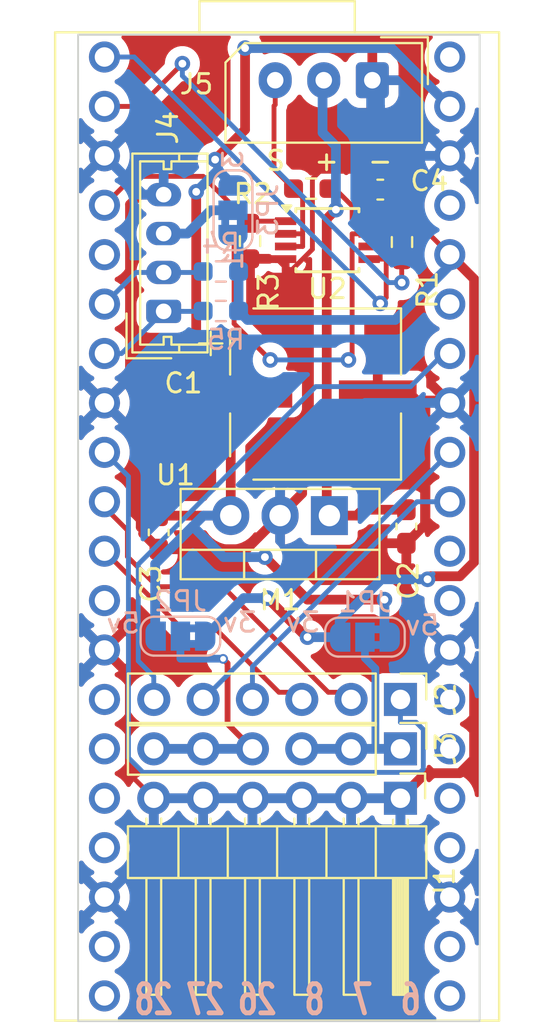
<source format=kicad_pcb>
(kicad_pcb (version 20241229) (generator "pcbnew") (generator_version "9.0")
  (layers (0 "F.Cu" signal) (2 "B.Cu" signal) (13 "F.Paste" user) (15 "B.Paste" user) (5 "F.SilkS" user "F.Silkscreen") (7 "B.SilkS" user "B.Silkscreen") (1 "F.Mask" user) (3 "B.Mask" user) (25 "Edge.Cuts" user))
  (net 0 "")
  (net 1 "+5V")
  (net 2 "GND")
  (net 3 "+12V")
  (net 4 "+3.3V")
  (net 5 "/GP6")
  (net 6 "/GP7")
  (net 7 "/GP8")
  (net 8 "/GP26")
  (net 9 "/GP27")
  (net 10 "/GP28")
  (net 11 "Net-(J3-Pin_1)")
  (net 12 "Net-(J3-Pin_4)")
  (net 13 "/SDA")
  (net 14 "/SCL")
  (net 15 "/TX")
  (net 16 "/RX")
  (net 17 "/EN")
  (net 37 "Net-(J4-Pin_3)")
  (net 38 "/sig")
  (footprint "Package_SO:TSSOP-8_3x3mm_P0.65mm" (layer "F.Cu") (at 190.9408 119.8274)
    (property "Reference" "U2" (at 0 2.499 0) (layer "F.SilkS"))
    (property "Value" "74LVC2G241")
    (pad "1" smd rect (at -2.15 -0.975) (size 1.1 0.4) (layers "F.Cu" "F.Mask" "F.Paste") (net 17 "/EN"))
    (pad "2" smd rect (at -2.15 -0.325) (size 1.1 0.4) (layers "F.Cu" "F.Mask" "F.Paste") (net 38 "/sig"))
    (pad "3" smd rect (at -2.15 0.325) (size 1.1 0.4) (layers "F.Cu" "F.Mask" "F.Paste") (net 38 "/sig"))
    (pad "4" smd rect (at -2.15 0.975) (size 1.1 0.4) (layers "F.Cu" "F.Mask" "F.Paste") (net 2 "GND"))
    (pad "5" smd rect (at 2.15 0.975) (size 1.1 0.4) (layers "F.Cu" "F.Mask" "F.Paste") (net 15 "/TX"))
    (pad "6" smd rect (at 2.15 0.325) (size 1.1 0.4) (layers "F.Cu" "F.Mask" "F.Paste") (net 16 "/RX"))
    (pad "7" smd rect (at 2.15 -0.325) (size 1.1 0.4) (layers "F.Cu" "F.Mask" "F.Paste") (net 17 "/EN"))
    (pad "8" smd rect (at 2.15 -0.975) (size 1.1 0.4) (layers "F.Cu" "F.Mask" "F.Paste") (net 4 "+3.3V"))
  )
  (footprint "Connector_PinHeader_2.54mm:PinHeader_1x06_P2.54mm_Horizontal" (layer "F.Cu") (at 194.7022 148.5138 -90)
    (property "Reference" "J1" (at 4.385 -2.27 90) (layer "F.SilkS"))
    (property "Value" "GND")
    (pad "1" thru_hole rect (at 0 0 270) (size 1.7 1.7) (drill 1) (layers "*.Cu" "*.Mask") (net 2 "GND"))
    (pad "2" thru_hole oval (at 0 2.54 270) (size 1.7 1.7) (drill 1) (layers "*.Cu" "*.Mask") (net 2 "GND"))
    (pad "3" thru_hole oval (at 0 5.08 270) (size 1.7 1.7) (drill 1) (layers "*.Cu" "*.Mask") (net 2 "GND"))
    (pad "4" thru_hole oval (at 0 7.62 270) (size 1.7 1.7) (drill 1) (layers "*.Cu" "*.Mask") (net 2 "GND"))
    (pad "5" thru_hole oval (at 0 10.16 270) (size 1.7 1.7) (drill 1) (layers "*.Cu" "*.Mask") (net 2 "GND"))
    (pad "6" thru_hole oval (at 0 12.7 270) (size 1.7 1.7) (drill 1) (layers "*.Cu" "*.Mask") (net 2 "GND"))
  )
  (footprint "Connector_PinHeader_2.54mm:PinHeader_1x06_P2.54mm_Vertical" (layer "F.Cu") (at 194.7022 145.9738 -90)
    (property "Reference" "J3" (at 0 -2.33 90) (layer "F.SilkS"))
    (property "Value" "VCC")
    (pad "1" thru_hole rect (at 0 0 270) (size 1.7 1.7) (drill 1) (layers "*.Cu" "*.Mask") (net 11 "Net-(J3-Pin_1)"))
    (pad "2" thru_hole oval (at 0 2.54 270) (size 1.7 1.7) (drill 1) (layers "*.Cu" "*.Mask") (net 11 "Net-(J3-Pin_1)"))
    (pad "3" thru_hole oval (at 0 5.08 270) (size 1.7 1.7) (drill 1) (layers "*.Cu" "*.Mask") (net 11 "Net-(J3-Pin_1)"))
    (pad "4" thru_hole oval (at 0 7.62 270) (size 1.7 1.7) (drill 1) (layers "*.Cu" "*.Mask") (net 12 "Net-(J3-Pin_4)"))
    (pad "5" thru_hole oval (at 0 10.16 270) (size 1.7 1.7) (drill 1) (layers "*.Cu" "*.Mask") (net 12 "Net-(J3-Pin_4)"))
    (pad "6" thru_hole oval (at 0 12.7 270) (size 1.7 1.7) (drill 1) (layers "*.Cu" "*.Mask") (net 12 "Net-(J3-Pin_4)"))
  )
  (footprint "Capacitor_SMD:C_0603_1608Metric_Pad1.08x0.95mm_HandSolder" (layer "F.Cu") (at 182.2562 134.8497 -90)
    (property "Reference" "C3" (at 2.6405 0.4064 90) (layer "F.SilkS"))
    (property "Value" "100n")
    (pad "1" smd roundrect (at -0.8625 0 270) (size 1.075 0.95) (layers "F.Cu" "F.Mask" "F.Paste") (net 1 "+5V"))
    (pad "2" smd roundrect (at 0.8625 0 270) (size 1.075 0.95) (layers "F.Cu" "F.Mask" "F.Paste") (net 2 "GND"))
  )
  (footprint "Capacitor_SMD:C_0603_1608Metric_Pad1.08x0.95mm_HandSolder" (layer "F.Cu") (at 195.007 134.5449 -90)
    (property "Reference" "C2" (at 2.7929 -0.1016 90) (layer "F.SilkS"))
    (property "Value" "100n")
    (pad "1" smd roundrect (at -0.8625 0 270) (size 1.075 0.95) (layers "F.Cu" "F.Mask" "F.Paste") (net 3 "+12V"))
    (pad "2" smd roundrect (at 0.8625 0 270) (size 1.075 0.95) (layers "F.Cu" "F.Mask" "F.Paste") (net 2 "GND"))
  )
  (footprint "fab:CP_Elec_D8.0mm" (layer "F.Cu") (at 190.333 127.7366)
    (property "Reference" "C1" (at -6.8068 -0.5588 0) (layer "F.SilkS"))
    (property "Value" "470u")
    (pad "1" smd rect (at -3.2 0) (size 4 1.4) (layers "F.Cu" "F.Mask" "F.Paste") (net 1 "+5V"))
    (pad "2" smd rect (at 3.2 0) (size 4 1.4) (layers "F.Cu" "F.Mask" "F.Paste") (net 2 "GND"))
  )
  (footprint "Connector_Molex:Molex_Micro-Latch_53253-0470_1x04_P2.00mm_Vertical" (layer "F.Cu") (at 182.5102 123.4882 90)
    (property "Reference" "J4" (at 9.4422 0.2174 90) (layer "F.SilkS"))
    (property "Value" "grove")
    (pad "1" thru_hole roundrect (at 0 0 90) (size 1.2 1.8) (drill 0.8) (layers "*.Cu" "*.Mask") (roundrect_rratio 0.208333) (net 14 "/SCL"))
    (pad "2" thru_hole oval (at 2 0 90) (size 1.2 1.8) (drill 0.8) (layers "*.Cu" "*.Mask") (net 13 "/SDA"))
    (pad "3" thru_hole oval (at 4 0 90) (size 1.2 1.8) (drill 0.8) (layers "*.Cu" "*.Mask") (net 37 "Net-(J4-Pin_3)"))
    (pad "4" thru_hole oval (at 6 0 90) (size 1.2 1.8) (drill 0.8) (layers "*.Cu" "*.Mask") (net 2 "GND"))
  )
  (footprint "fab:RaspberryPi_PicoW_SocketTHT" (layer "F.Cu") (at 188.3522 134.5438)
    (property "Reference" "M1" (at 0.1524 3.7846 0) (layer "F.SilkS"))
    (property "Value" "Module_RaspberryPi_PicoW_SocketTHT")
    (pad "1" thru_hole circle (at -8.89 -24.13) (size 1.6 1.6) (drill 1) (layers "*.Cu" "*.Mask") (net 15 "/TX"))
    (pad "2" thru_hole circle (at -8.89 -21.59) (size 1.6 1.6) (drill 1) (layers "*.Cu" "*.Mask") (net 16 "/RX"))
    (pad "3" thru_hole circle (at -8.89 -19.05) (size 1.6 1.6) (drill 1) (layers "*.Cu" "*.Mask") (net 2 "GND"))
    (pad "4" thru_hole circle (at -8.89 -16.51) (size 1.6 1.6) (drill 1) (layers "*.Cu" "*.Mask") (net 17 "/EN"))
    (pad "5" thru_hole circle (at -8.89 -13.97) (size 1.6 1.6) (drill 1) (layers "*.Cu" "*.Mask"))
    (pad "6" thru_hole circle (at -8.89 -11.43) (size 1.6 1.6) (drill 1) (layers "*.Cu" "*.Mask") (net 13 "/SDA"))
    (pad "7" thru_hole circle (at -8.89 -8.89) (size 1.6 1.6) (drill 1) (layers "*.Cu" "*.Mask") (net 14 "/SCL"))
    (pad "8" thru_hole circle (at -8.89 -6.35) (size 1.6 1.6) (drill 1) (layers "*.Cu" "*.Mask") (net 2 "GND"))
    (pad "9" thru_hole circle (at -8.89 -3.81) (size 1.6 1.6) (drill 1) (layers "*.Cu" "*.Mask") (net 5 "/GP6"))
    (pad "10" thru_hole circle (at -8.89 -1.27) (size 1.6 1.6) (drill 1) (layers "*.Cu" "*.Mask") (net 6 "/GP7"))
    (pad "11" thru_hole circle (at -8.89 1.27) (size 1.6 1.6) (drill 1) (layers "*.Cu" "*.Mask") (net 7 "/GP8"))
    (pad "12" thru_hole circle (at -8.89 3.81) (size 1.6 1.6) (drill 1) (layers "*.Cu" "*.Mask"))
    (pad "13" thru_hole circle (at -8.89 6.35) (size 1.6 1.6) (drill 1) (layers "*.Cu" "*.Mask") (net 2 "GND"))
    (pad "14" thru_hole circle (at -8.89 8.89) (size 1.6 1.6) (drill 1) (layers "*.Cu" "*.Mask"))
    (pad "15" thru_hole circle (at -8.89 11.43) (size 1.6 1.6) (drill 1) (layers "*.Cu" "*.Mask"))
    (pad "16" thru_hole circle (at -8.89 13.97) (size 1.6 1.6) (drill 1) (layers "*.Cu" "*.Mask"))
    (pad "17" thru_hole circle (at -8.89 16.51) (size 1.6 1.6) (drill 1) (layers "*.Cu" "*.Mask"))
    (pad "18" thru_hole circle (at -8.89 19.05) (size 1.6 1.6) (drill 1) (layers "*.Cu" "*.Mask") (net 2 "GND"))
    (pad "19" thru_hole circle (at -8.89 21.59) (size 1.6 1.6) (drill 1) (layers "*.Cu" "*.Mask"))
    (pad "20" thru_hole circle (at -8.89 24.13) (size 1.6 1.6) (drill 1) (layers "*.Cu" "*.Mask"))
    (pad "21" thru_hole circle (at 8.89 24.13) (size 1.6 1.6) (drill 1) (layers "*.Cu" "*.Mask"))
    (pad "22" thru_hole circle (at 8.89 21.59) (size 1.6 1.6) (drill 1) (layers "*.Cu" "*.Mask"))
    (pad "23" thru_hole circle (at 8.89 19.05) (size 1.6 1.6) (drill 1) (layers "*.Cu" "*.Mask") (net 2 "GND"))
    (pad "24" thru_hole circle (at 8.89 16.51) (size 1.6 1.6) (drill 1) (layers "*.Cu" "*.Mask"))
    (pad "25" thru_hole circle (at 8.89 13.97) (size 1.6 1.6) (drill 1) (layers "*.Cu" "*.Mask"))
    (pad "26" thru_hole circle (at 8.89 11.43) (size 1.6 1.6) (drill 1) (layers "*.Cu" "*.Mask"))
    (pad "27" thru_hole circle (at 8.89 8.89) (size 1.6 1.6) (drill 1) (layers "*.Cu" "*.Mask"))
    (pad "28" thru_hole circle (at 8.89 6.35) (size 1.6 1.6) (drill 1) (layers "*.Cu" "*.Mask") (net 2 "GND"))
    (pad "29" thru_hole circle (at 8.89 3.81) (size 1.6 1.6) (drill 1) (layers "*.Cu" "*.Mask"))
    (pad "30" thru_hole circle (at 8.89 1.27) (size 1.6 1.6) (drill 1) (layers "*.Cu" "*.Mask"))
    (pad "31" thru_hole circle (at 8.89 -1.27) (size 1.6 1.6) (drill 1) (layers "*.Cu" "*.Mask") (net 8 "/GP26"))
    (pad "32" thru_hole circle (at 8.89 -3.81) (size 1.6 1.6) (drill 1) (layers "*.Cu" "*.Mask") (net 9 "/GP27"))
    (pad "33" thru_hole circle (at 8.89 -6.35) (size 1.6 1.6) (drill 1) (layers "*.Cu" "*.Mask") (net 2 "GND"))
    (pad "34" thru_hole circle (at 8.89 -8.89) (size 1.6 1.6) (drill 1) (layers "*.Cu" "*.Mask") (net 10 "/GP28"))
    (pad "35" thru_hole circle (at 8.89 -11.43) (size 1.6 1.6) (drill 1) (layers "*.Cu" "*.Mask"))
    (pad "36" thru_hole circle (at 8.89 -13.97) (size 1.6 1.6) (drill 1) (layers "*.Cu" "*.Mask") (net 4 "+3.3V"))
    (pad "37" thru_hole circle (at 8.89 -16.51) (size 1.6 1.6) (drill 1) (layers "*.Cu" "*.Mask"))
    (pad "38" thru_hole circle (at 8.89 -19.05) (size 1.6 1.6) (drill 1) (layers "*.Cu" "*.Mask") (net 2 "GND"))
    (pad "39" thru_hole circle (at 8.89 -21.59) (size 1.6 1.6) (drill 1) (layers "*.Cu" "*.Mask") (net 1 "+5V"))
    (pad "40" thru_hole circle (at 8.89 -24.13) (size 1.6 1.6) (drill 1) (layers "*.Cu" "*.Mask"))
  )
  (footprint "Package_TO_SOT_THT:TO-220-3_Vertical" (layer "F.Cu") (at 191.0446 133.985 180)
    (property "Reference" "U1" (at 7.9248 2.0828 0) (layer "F.SilkS"))
    (property "Value" "LM7805_TO220")
    (pad "1" thru_hole rect (at 0 0 180) (size 1.905 2) (drill 1.1) (layers "*.Cu" "*.Mask") (net 3 "+12V"))
    (pad "2" thru_hole oval (at 2.54 0 180) (size 1.905 2) (drill 1.1) (layers "*.Cu" "*.Mask") (net 2 "GND"))
    (pad "3" thru_hole oval (at 5.08 0 180) (size 1.905 2) (drill 1.1) (layers "*.Cu" "*.Mask") (net 1 "+5V"))
  )
  (footprint "Resistor_SMD:R_0603_1608Metric_Pad0.98x0.95mm_HandSolder" (layer "F.Cu") (at 186.9584 119.8739 -90)
    (property "Reference" "R3" (at 2.6049 -0.9508 90) (layer "F.SilkS"))
    (property "Value" "10k")
    (pad "1" smd roundrect (at -0.9125 0 270) (size 0.975 0.95) (layers "F.Cu" "F.Mask" "F.Paste") (net 17 "/EN"))
    (pad "2" smd roundrect (at 0.9125 0 270) (size 0.975 0.95) (layers "F.Cu" "F.Mask" "F.Paste") (net 2 "GND"))
  )
  (footprint "Connector_PinHeader_2.54mm:PinHeader_1x06_P2.54mm_Vertical" (layer "F.Cu") (at 194.7022 143.4338 -90)
    (property "Reference" "J2" (at 0 -2.33 90) (layer "F.SilkS"))
    (property "Value" "signals")
    (pad "1" thru_hole rect (at 0 0 270) (size 1.7 1.7) (drill 1) (layers "*.Cu" "*.Mask") (net 5 "/GP6"))
    (pad "2" thru_hole oval (at 0 2.54 270) (size 1.7 1.7) (drill 1) (layers "*.Cu" "*.Mask") (net 6 "/GP7"))
    (pad "3" thru_hole oval (at 0 5.08 270) (size 1.7 1.7) (drill 1) (layers "*.Cu" "*.Mask") (net 7 "/GP8"))
    (pad "4" thru_hole oval (at 0 7.62 270) (size 1.7 1.7) (drill 1) (layers "*.Cu" "*.Mask") (net 8 "/GP26"))
    (pad "5" thru_hole oval (at 0 10.16 270) (size 1.7 1.7) (drill 1) (layers "*.Cu" "*.Mask") (net 9 "/GP27"))
    (pad "6" thru_hole oval (at 0 12.7 270) (size 1.7 1.7) (drill 1) (layers "*.Cu" "*.Mask") (net 10 "/GP28"))
  )
  (footprint "Connector_Molex:Molex_SPOX_5267-03A_1x03_P2.50mm_Vertical" (layer "F.Cu") (at 193.254 111.6076 180)
    (property "Reference" "J5" (at 9.0532 -0.2032 0) (layer "F.SilkS"))
    (property "Value" "AX12")
    (pad "1" thru_hole roundrect (at 0 0 180) (size 1.7 1.85) (drill 0.85) (layers "*.Cu" "*.Mask") (roundrect_rratio 0.147059) (net 2 "GND"))
    (pad "2" thru_hole oval (at 2.5 0 180) (size 1.7 1.85) (drill 0.85) (layers "*.Cu" "*.Mask") (net 3 "+12V"))
    (pad "3" thru_hole oval (at 5 0 180) (size 1.7 1.85) (drill 0.85) (layers "*.Cu" "*.Mask") (net 38 "/sig"))
  )
  (footprint "Resistor_SMD:R_0603_1608Metric_Pad0.98x0.95mm_HandSolder" (layer "F.Cu") (at 190.1099 117.1796 180)
    (property "Reference" "R2" (at 3.0135 -0.27 0) (layer "F.SilkS"))
    (property "Value" "10k")
    (pad "1" smd roundrect (at -0.9125 0 180) (size 0.975 0.95) (layers "F.Cu" "F.Mask" "F.Paste") (net 4 "+3.3V"))
    (pad "2" smd roundrect (at 0.9125 0 180) (size 0.975 0.95) (layers "F.Cu" "F.Mask" "F.Paste") (net 38 "/sig"))
  )
  (footprint "Resistor_SMD:R_0603_1608Metric_Pad0.98x0.95mm_HandSolder" (layer "F.Cu") (at 194.7816 119.9247 -90)
    (property "Reference" "R1" (at 2.4525 -1.3064 90) (layer "F.SilkS"))
    (property "Value" "10k")
    (pad "1" smd roundrect (at -0.9125 0 270) (size 0.975 0.95) (layers "F.Cu" "F.Mask" "F.Paste") (net 4 "+3.3V"))
    (pad "2" smd roundrect (at 0.9125 0 270) (size 0.975 0.95) (layers "F.Cu" "F.Mask" "F.Paste") (net 16 "/RX"))
  )
  (footprint "Capacitor_SMD:C_0603_1608Metric_Pad1.08x0.95mm_HandSolder" (layer "F.Cu") (at 193.6651 117.2304 180)
    (property "Reference" "C4" (at -2.5245 0.4412 0) (layer "F.SilkS"))
    (property "Value" "100n")
    (pad "1" smd roundrect (at -0.8625 0 180) (size 1.075 0.95) (layers "F.Cu" "F.Mask" "F.Paste") (net 4 "+3.3V"))
    (pad "2" smd roundrect (at 0.8625 0 180) (size 1.075 0.95) (layers "F.Cu" "F.Mask" "F.Paste") (net 2 "GND"))
  )
  (footprint "Jumper:SolderJumper-3_P1.3mm_Bridged2Bar12_RoundedPad1.0x1.5mm_NumberLabels" (layer "B.Cu") (at 186.0804 118.2924 90)
    (property "Reference" "JP3" (at 0 1.8 90) (layer "B.SilkS") (effects (justify mirror)))
    (property "Value" "5V 3.3V")
    (fp_poly (pts (xy -0.9 -0.2) (xy -0.4 -0.2) (xy -0.4 -0.6) (xy -0.9 -0.6)) (fill yes) (layer "B.Cu"))
    (fp_poly (pts (xy -0.9 0.6) (xy -0.4 0.6) (xy -0.4 0.2) (xy -0.9 0.2)) (fill yes) (layer "B.Cu"))
    (fp_text user "1" (at -2.6 0 90) (layer "B.SilkS") (effects (justify mirror)))
    (fp_text user "3" (at 2.6 0 90) (layer "B.SilkS") (effects (justify mirror)))
    (pad "1" smd custom (at -1.3 0 90) (size 1 0.5) (layers "B.Cu" "B.Mask") (net 4 "+3.3V") (options (clearance outline) (anchor rect)) (primitives (gr_circle (center 0 -0.25) (end 0.5 -0.25) (width 0) (fill yes)) (gr_circle (center 0 0.25) (end 0.5 0.25) (width 0) (fill yes)) (gr_poly (pts (xy 0.55 -0.75) (xy 0 -0.75) (xy 0 0.75) (xy 0.55 0.75)) (width 0) (fill yes))))
    (pad "2" smd rect (at 0 0 90) (size 1 1.5) (layers "B.Cu" "B.Mask") (net 37 "Net-(J4-Pin_3)"))
    (pad "3" smd custom (at 1.3 0 90) (size 1 0.5) (layers "B.Cu" "B.Mask") (net 1 "+5V") (options (clearance outline) (anchor rect)) (primitives (gr_circle (center 0 -0.25) (end 0.5 -0.25) (width 0) (fill yes)) (gr_circle (center 0 0.25) (end 0.5 0.25) (width 0) (fill yes)) (gr_poly (pts (xy 0 -0.75) (xy -0.55 -0.75) (xy -0.55 0.75) (xy 0 0.75)) (width 0) (fill yes))))
  )
  (footprint "Resistor_SMD:R_0603_1608Metric_Pad0.98x0.95mm_HandSolder" (layer "B.Cu") (at 185.4547 121.4374 180)
    (property "Reference" "R4" (at 0 1.43 0) (layer "B.SilkS") (effects (justify mirror)))
    (property "Value" "4k7")
    (pad "1" smd roundrect (at -0.9125 0 180) (size 0.975 0.95) (layers "B.Cu" "B.Mask" "B.Paste") (net 4 "+3.3V"))
    (pad "2" smd roundrect (at 0.9125 0 180) (size 0.975 0.95) (layers "B.Cu" "B.Mask" "B.Paste") (net 13 "/SDA"))
  )
  (footprint "Resistor_SMD:R_0603_1608Metric_Pad0.98x0.95mm_HandSolder" (layer "B.Cu") (at 185.4547 123.4694 180)
    (property "Reference" "R5" (at -0.2559 -1.4732 0) (layer "B.SilkS") (effects (justify mirror)))
    (property "Value" "4k7")
    (pad "1" smd roundrect (at -0.9125 0 180) (size 0.975 0.95) (layers "B.Cu" "B.Mask" "B.Paste") (net 4 "+3.3V"))
    (pad "2" smd roundrect (at 0.9125 0 180) (size 0.975 0.95) (layers "B.Cu" "B.Mask" "B.Paste") (net 14 "/SCL"))
  )
  (footprint "Jumper:SolderJumper-3_P1.3mm_Bridged2Bar12_RoundedPad1.0x1.5mm_NumberLabels" (layer "B.Cu") (at 192.8734 140.2334 180)
    (property "Reference" "JP1" (at 0 1.8 0) (layer "B.SilkS") (effects (justify mirror)))
    (property "Value" "5V 3.3V")
    (fp_poly (pts (xy -0.9 0.6) (xy -0.4 0.6) (xy -0.4 0.2) (xy -0.9 0.2)) (fill yes) (layer "B.Cu"))
    (fp_poly (pts (xy -0.9 -0.2) (xy -0.4 -0.2) (xy -0.4 -0.6) (xy -0.9 -0.6)) (fill yes) (layer "B.Cu"))
    (fp_text user "5v" (at -2.9464 0.6096 0) (layer "B.SilkS") (effects (justify mirror)))
    (fp_text user "3v" (at 3.2004 0.762 0) (layer "B.SilkS") (effects (justify mirror)))
    (pad "1" smd custom (at -1.3 0 180) (size 1 0.5) (layers "B.Cu" "B.Mask") (net 1 "+5V") (options (clearance outline) (anchor rect)) (primitives (gr_circle (center 0 -0.25) (end 0.5 -0.25) (width 0) (fill yes)) (gr_circle (center 0 0.25) (end 0.5 0.25) (width 0) (fill yes)) (gr_poly (pts (xy 0.55 -0.75) (xy 0 -0.75) (xy 0 0.75) (xy 0.55 0.75)) (width 0) (fill yes))))
    (pad "2" smd rect (at 0 0 180) (size 1 1.5) (layers "B.Cu" "B.Mask") (net 11 "Net-(J3-Pin_1)"))
    (pad "3" smd custom (at 1.3 0 180) (size 1 0.5) (layers "B.Cu" "B.Mask") (net 4 "+3.3V") (options (clearance outline) (anchor rect)) (primitives (gr_circle (center 0 -0.25) (end 0.5 -0.25) (width 0) (fill yes)) (gr_circle (center 0 0.25) (end 0.5 0.25) (width 0) (fill yes)) (gr_poly (pts (xy 0 -0.75) (xy -0.55 -0.75) (xy -0.55 0.75) (xy 0 0.75)) (width 0) (fill yes))))
  )
  (footprint "Jumper:SolderJumper-3_P1.3mm_Bridged2Bar12_RoundedPad1.0x1.5mm_NumberLabels" (layer "B.Cu") (at 183.3738 140.1826 180)
    (property "Reference" "JP2" (at 0 1.8 0) (layer "B.SilkS") (effects (justify mirror)))
    (property "Value" "5V 3.3V")
    (fp_poly (pts (xy -0.9 0.6) (xy -0.4 0.6) (xy -0.4 0.2) (xy -0.9 0.2)) (fill yes) (layer "B.Cu"))
    (fp_poly (pts (xy -0.9 -0.2) (xy -0.4 -0.2) (xy -0.4 -0.6) (xy -0.9 -0.6)) (fill yes) (layer "B.Cu"))
    (fp_text user "3v" (at -3.048 0.7112 0) (layer "B.SilkS") (effects (justify mirror)))
    (fp_text user "5v" (at 2.9464 0.6604 0) (layer "B.SilkS") (effects (justify mirror)))
    (pad "1" smd custom (at -1.3 0 180) (size 1 0.5) (layers "B.Cu" "B.Mask") (net 4 "+3.3V") (options (clearance outline) (anchor rect)) (primitives (gr_circle (center 0 -0.25) (end 0.5 -0.25) (width 0) (fill yes)) (gr_circle (center 0 0.25) (end 0.5 0.25) (width 0) (fill yes)) (gr_poly (pts (xy 0.55 -0.75) (xy 0 -0.75) (xy 0 0.75) (xy 0.55 0.75)) (width 0) (fill yes))))
    (pad "2" smd rect (at 0 0 180) (size 1 1.5) (layers "B.Cu" "B.Mask") (net 12 "Net-(J3-Pin_4)"))
    (pad "3" smd custom (at 1.3 0 180) (size 1 0.5) (layers "B.Cu" "B.Mask") (net 1 "+5V") (options (clearance outline) (anchor rect)) (primitives (gr_circle (center 0 -0.25) (end 0.5 -0.25) (width 0) (fill yes)) (gr_circle (center 0 0.25) (end 0.5 0.25) (width 0) (fill yes)) (gr_poly (pts (xy 0 -0.75) (xy -0.55 -0.75) (xy -0.55 0.75) (xy 0 0.75)) (width 0) (fill yes))))
  )
  (gr_rect (start 178.1048 109.2708) (end 198.7804 159.9692) (stroke (width 0.1)) (fill no) (layer "Edge.Cuts"))
  (gr_text "S  +  -" (at 187.706 116.332 0) (layer "F.SilkS") (effects (font (size 1 1)) (justify left bottom)))
  (gr_text "6  7  8  26 27 28 " (at 195.8706 159.7406 0) (layer "B.SilkS") (effects (font (size 1.5 1) (thickness 0.25) (bold yes)) (justify left bottom mirror)))
  (segment (start 182.2562 133.9872) (end 184.5582 133.9872) (width 0.5) (layer "F.Cu") (net 1))
  (segment (start 186.703 109.9557) (end 186.703 114.1462) (width 0.5) (layer "F.Cu") (net 1))
  (segment (start 185.9646 130.0567) (end 185.9646 133.985) (width 0.5) (layer "F.Cu") (net 1))
  (segment (start 189.9096 138.3041) (end 193.8802 138.3041) (width 0.5) (layer "F.Cu") (net 1))
  (segment (start 187.133 128.8883) (end 184.1868 125.9421) (width 0.5) (layer "F.Cu") (net 1))
  (segment (start 184.1868 125.9421) (end 184.1868 117.3416) (width 0.5) (layer "F.Cu") (net 1))
  (segment (start 187.133 127.7366) (end 187.133 128.8883) (width 0.5) (layer "F.Cu") (net 1))
  (segment (start 187.7243 136.1188) (end 189.9096 138.3041) (width 0.5) (layer "F.Cu") (net 1))
  (segment (start 185.9646 133.985) (end 184.5604 133.985) (width 0.5) (layer "F.Cu") (net 1))
  (segment (start 187.133 128.8883) (end 185.9646 130.0567) (width 0.5) (layer "F.Cu") (net 1))
  (segment (start 184.5582 133.9872) (end 184.5604 133.985) (width 0.5) (layer "F.Cu") (net 1))
  (segment (start 186.703 114.1462) (end 185.1612 115.688) (width 0.5) (layer "F.Cu") (net 1))
  (via (at 187.7243 136.1188) (size 0.8) (drill 0.4) (layers "F.Cu" "B.Cu") (net 1))
  (via (at 185.1612 115.688) (size 0.8) (drill 0.4) (layers "F.Cu" "B.Cu") (net 1))
  (via (at 193.8802 138.3041) (size 0.8) (drill 0.4) (layers "F.Cu" "B.Cu") (net 1))
  (via (at 184.1868 117.3416) (size 0.8) (drill 0.4) (layers "F.Cu" "B.Cu") (net 1))
  (via (at 186.703 109.9557) (size 0.8) (drill 0.4) (layers "F.Cu" "B.Cu") (net 1))
  (segment (start 194.1734 140.2334) (end 193.8802 139.9402) (width 0.5) (layer "B.Cu") (net 1))
  (segment (start 185.965 133.985) (end 185.9646 133.985) (width 0.5) (layer "B.Cu") (net 1))
  (segment (start 185.3083 116.2202) (end 184.1869 117.3416) (width 0.5) (layer "B.Cu") (net 1))
  (segment (start 193.8802 139.9402) (end 193.8802 138.3041) (width 0.5) (layer "B.Cu") (net 1))
  (segment (start 185.3083 115.8351) (end 185.3083 116.2202) (width 0.5) (layer "B.Cu") (net 1))
  (segment (start 184.56 133.985) (end 184.0102 134.535) (width 0.5) (layer "B.Cu") (net 1))
  (segment (start 194.2441 109.9557) (end 186.703 109.9557) (width 0.5) (layer "B.Cu") (net 1))
  (segment (start 182.074 136.472) (end 182.074 138.3275) (width 0.5) (layer "B.Cu") (net 1))
  (segment (start 185.9646 133.985) (end 184.56 133.985) (width 0.5) (layer "B.Cu") (net 1))
  (segment (start 184.0102 134.535) (end 184.0102 134.5351) (width 0.5) (layer "B.Cu") (net 1))
  (segment (start 182.0738 138.3277) (end 182.0738 140.1826) (width 0.5) (layer "B.Cu") (net 1))
  (segment (start 185.5939 136.1188) (end 187.7243 136.1188) (width 0.5) (layer "B.Cu") (net 1))
  (segment (start 182.074 138.3275) (end 182.0738 138.3277) (width 0.5) (layer "B.Cu") (net 1))
  (segment (start 184.0102 134.5351) (end 185.5939 136.1188) (width 0.5) (layer "B.Cu") (net 1))
  (segment (start 185.3083 116.2202) (end 186.0804 116.9924) (width 0.5) (layer "B.Cu") (net 1))
  (segment (start 182.074 138.3275) (end 182.074 140.183) (width 0.5) (layer "B.Cu") (net 1))
  (segment (start 197.2422 112.9538) (end 194.2441 109.9557) (width 0.5) (layer "B.Cu") (net 1))
  (segment (start 185.1612 115.688) (end 185.3083 115.8351) (width 0.5) (layer "B.Cu") (net 1))
  (segment (start 184.1869 117.3416) (end 184.1868 117.3416) (width 0.5) (layer "B.Cu") (net 1))
  (segment (start 184.0102 134.535) (end 182.074 136.472) (width 0.5) (layer "B.Cu") (net 1))
  (segment (start 197.12 128.0716) (end 197.2422 128.1938) (width 0.5) (layer "F.Cu") (net 2))
  (segment (start 195.007 138.659) (end 195.007 138.205) (width 0.25) (layer "F.Cu") (net 2))
  (segment (start 181.3302 134.578966) (end 181.3302 133.395434) (width 0.5) (layer "F.Cu") (net 2))
  (segment (start 190.1692 120.2978) (end 189.0086 121.4584) (width 0.25) (layer "F.Cu") (net 2))
  (segment (start 194.7022 148.5138) (end 195.9912 147.2248) (width 0.5) (layer "F.Cu") (net 2))
  (segment (start 192.8026 116.2859) (end 190.555 116.2859) (width 0.25) (layer "F.Cu") (net 2))
  (segment (start 195.9912 128.0716) (end 193.868 128.0716) (width 0.5) (layer "F.Cu") (net 2))
  (segment (start 188.5046 133.985) (end 189.6411 132.8485) (width 0.5) (layer "F.Cu") (net 2))
  (segment (start 181.2835 117.4882) (end 182.5102 117.4882) (width 0.5) (layer "F.Cu") (net 2))
  (segment (start 195.8431 134.5713) (end 195.007 135.4074) (width 0.25) (layer "F.Cu") (net 2))
  (segment (start 182.2562 135.7122) (end 182.2562 135.7101) (width 0.5) (layer "F.Cu") (net 2))
  (segment (start 189.992 131.5974) (end 189.992 122.4418) (width 0.5) (layer "F.Cu") (net 2))
  (segment (start 193.1924 112.9284) (end 193.1924 114.1801) (width 0.25) (layer "F.Cu") (net 2))
  (segment (start 190.1692 116.6717) (end 190.1692 120.2978) (width 0.25) (layer "F.Cu") (net 2))
  (segment (start 186.9584 120.7864) (end 187.8981 120.7864) (width 0.25) (layer "F.Cu") (net 2))
  (segment (start 186.7774 135.7122) (end 182.2562 135.7122) (width 0.5) (layer "F.Cu") (net 2))
  (segment (start 181.556167 134.804933) (end 181.3302 134.578966) (width 0.5) (layer "F.Cu") (net 2))
  (segment (start 195.8431 128.1938) (end 195.8431 134.5713) (width 0.25) (layer "F.Cu") (net 2))
  (segment (start 179.4622 128.1938) (end 180.7765 126.8795) (width 0.5) (layer "F.Cu") (net 2))
  (segment (start 189.6411 131.9483) (end 189.992 131.5974) (width 0.5) (layer "F.Cu") (net 2))
  (segment (start 195.007 135.4074) (end 195.9912 134.4232) (width 0.5) (layer "F.Cu") (net 2))
  (segment (start 195.007 138.205) (end 195.007 137.7273) (width 0.25) (layer "F.Cu") (net 2))
  (segment (start 190.555 116.2859) (end 190.1692 116.6717) (width 0.25) (layer "F.Cu") (net 2))
  (segment (start 188.5046 133.985) (end 186.7774 135.7122) (width 0.5) (layer "F.Cu") (net 2))
  (segment (start 189.6411 132.8485) (end 189.6411 131.9483) (width 0.5) (layer "F.Cu") (net 2))
  (segment (start 193.1924 112.9284) (end 193.1924 111.6692) (width 0.5) (layer "F.Cu") (net 2))
  (segment (start 197.2422 140.8938) (end 195.007 138.6586) (width 0.5) (layer "F.Cu") (net 2))
  (segment (start 193.1924 112.9284) (end 193.1924 116.8406) (width 0.5) (layer "F.Cu") (net 2))
  (segment (start 195.9912 128.0716) (end 197.12 128.0716) (width 0.5) (layer "F.Cu") (net 2))
  (segment (start 181.4536 134.9075) (end 181.556167 134.804933) (width 0.5) (layer "F.Cu") (net 2))
  (segment (start 195.007 138.6586) (end 195.007 135.4074) (width 0.5) (layer "F.Cu") (net 2))
  (segment (start 195.007 137.7273) (end 195.007 135.4074) (width 0.25) (layer "F.Cu") (net 2))
  (segment (start 187.8981 120.7864) (end 187.9141 120.8024) (width 0.25) (layer "F.Cu") (net 2))
  (segment (start 180.6448 142.0764) (end 179.4622 140.8938) (width 0.25) (layer "F.Cu") (net 2))
  (segment (start 195.9912 147.2248) (end 197.760382 147.2248) (width 0.5) (layer "F.Cu") (net 2))
  (segment (start 192.8026 117.2304) (end 192.8026 116.2859) (width 0.25) (layer "F.Cu") (net 2))
  (segment (start 181.5592 130.2908) (end 179.4622 128.1938) (width 0.5) (layer "F.Cu") (net 2))
  (segment (start 197.760382 147.2248) (end 198.4932 146.491982) (width 0.5) (layer "F.Cu") (net 2))
  (segment (start 192.8026 114.5699) (end 193.1924 114.1801) (width 0.25) (layer "F.Cu") (net 2))
  (segment (start 181.5592 133.166434) (end 181.5592 130.2908) (width 0.5) (layer "F.Cu") (net 2))
  (segment (start 193.868 128.0716) (end 193.533 127.7366) (width 0.5) (layer "F.Cu") (net 2))
  (segment (start 192.8026 116.2859) (end 192.8026 114.5699) (width 0.25) (layer "F.Cu") (net 2))
  (segment (start 193.1924 111.6692) (end 193.254 111.6076) (width 0.5) (layer "F.Cu") (net 2))
  (segment (start 180.7765 117.9952) (end 181.2835 117.4882) (width 0.5) (layer "F.Cu") (net 2))
  (segment (start 189.992 122.4418) (end 189.0086 121.4584) (width 0.5) (layer "F.Cu") (net 2))
  (segment (start 189.0086 121.4584) (end 188.3525 120.8024) (width 0.25) (layer "F.Cu") (net 2))
  (segment (start 197.242 140.894) (end 195.007 138.659) (width 0.25) (layer "F.Cu") (net 2))
  (segment (start 198.4932 146.491982) (end 198.4932 142.1448) (width 0.5) (layer "F.Cu") (net 2))
  (segment (start 195.9912 134.4232) (end 195.9912 128.0716) (width 0.5) (layer "F.Cu") (net 2))
  (segment (start 180.6448 145.0848) (end 180.6448 142.0764) (width 0.25) (layer "F.Cu") (net 2))
  (segment (start 195.3859 127.7366) (end 195.8431 128.1938) (width 0.25) (layer "F.Cu") (net 2))
  (segment (start 197.2422 140.8938) (end 197.242 140.894) (width 0.25) (layer "F.Cu") (net 2))
  (segment (start 188.3525 120.8024) (end 187.9141 120.8024) (width 0.25) (layer "F.Cu") (net 2))
  (segment (start 198.4932 142.1448) (end 197.2422 140.8938) (width 0.5) (layer "F.Cu") (net 2))
  (segment (start 188.7908 120.8024) (end 188.3525 120.8024) (width 0.25) (layer "F.Cu") (net 2))
  (segment (start 180.6448 147.1564) (end 180.6448 145.0848) (width 0.25) (layer "F.Cu") (net 2))
  (segment (start 195.8431 128.1938) (end 197.2422 128.1938) (width 0.25) (layer "F.Cu") (net 2))
  (segment (start 182.0022 148.5138) (end 180.6448 147.1564) (width 0.25) (layer "F.Cu") (net 2))
  (segment (start 195.007 135.4074) (end 195.007 135.407) (width 0.25) (layer "F.Cu") (net 2))
  (segment (start 180.7765 126.8795) (end 180.7765 117.9952) (width 0.5) (layer "F.Cu") (net 2))
  (segment (start 193.1924 116.8406) (end 192.8026 117.2304) (width 0.5) (layer "F.Cu") (net 2))
  (segment (start 181.3302 133.395434) (end 181.5592 133.166434) (width 0.5) (layer "F.Cu") (net 2))
  (segment (start 182.2562 135.7101) (end 181.4536 134.9075) (width 0.5) (layer "F.Cu") (net 2))
  (segment (start 193.533 127.7366) (end 195.3859 127.7366) (width 0.25) (layer "F.Cu") (net 2))
  (segment (start 194.7022 148.5138) (end 182.0022 148.5138) (width 0.5) (layer "B.Cu") (net 2))
  (segment (start 193.7805 112.928) (end 193.6496 112.928) (width 0.25) (layer "B.Cu") (net 2))
  (segment (start 197.2422 115.4938) (end 195.7578 115.4938) (width 0.5) (layer "B.Cu") (net 2))
  (segment (start 193.6496 112.0032) (end 193.254 111.6076) (width 0.5) (layer "B.Cu") (net 2))
  (segment (start 197.242 115.494) (end 197.2422 115.4938) (width 0.25) (layer "B.Cu") (net 2))
  (segment (start 183.1791 148.514) (end 183.1789 148.5138) (width 0.25) (layer "B.Cu") (net 2))
  (segment (start 193.192 112.928) (end 193.7805 112.928) (width 0.25) (layer "B.Cu") (net 2))
  (segment (start 195.758 115.494) (end 197.242 115.494) (width 0.25) (layer "B.Cu") (net 2))
  (segment (start 188.5046 132.58) (end 192.8908 128.1938) (width 0.5) (layer "B.Cu") (net 2))
  (segment (start 194.7022 151.0538) (end 194.7022 148.5138) (width 0.5) (layer "B.Cu") (net 2))
  (segment (start 193.7805 112.928) (end 193.7805 113.5165) (width 0.25) (layer "B.Cu") (net 2))
  (segment (start 184.542 148.514) (end 184.5422 148.5138) (width 0.25) (layer "B.Cu") (net 2))
  (segment (start 193.1924 112.9284) (end 193.1924 111.6692) (width 0.5) (layer "B.Cu") (net 2))
  (segment (start 179.4622 153.5938) (end 182.0022 151.0538) (width 0.5) (layer "B.Cu") (net 2))
  (segment (start 197.2422 153.5938) (end 194.7022 151.0538) (width 0.5) (layer "B.Cu") (net 2))
  (segment (start 193.6496 112.928) (end 193.6496 112.0032) (width 0.5) (layer "B.Cu") (net 2))
  (segment (start 187.0822 148.5138) (end 189.6222 148.5138) (width 0.25) (layer "B.Cu") (net 2))
  (segment (start 182.5102 117.4882) (end 181.4566 117.4882) (width 0.5) (layer "B.Cu") (net 2))
  (segment (start 193.1924 111.6692) (end 193.254 111.6076) (width 0.5) (layer "B.Cu") (net 2))
  (segment (start 182.0022 148.5138) (end 183.1789 148.5138) (width 0.25) (layer "B.Cu") (net 2))
  (segment (start 188.5046 133.985) (end 188.5046 132.58) (width 0.5) (layer "B.Cu") (net 2))
  (segment (start 187.0822 148.5138) (end 184.5422 148.5138) (width 0.25) (layer "B.Cu") (net 2))
  (segment (start 193.6496 112.928) (end 193.1928 112.928) (width 0.25) (layer "B.Cu") (net 2))
  (segment (start 193.7805 113.5165) (end 195.758 115.494) (width 0.25) (layer "B.Cu") (net 2))
  (segment (start 192.8908 128.1938) (end 197.2422 128.1938) (width 0.5) (layer "B.Cu") (net 2))
  (segment (start 193.1928 112.928) (end 193.1924 112.9284) (width 0.25) (layer "B.Cu") (net 2))
  (segment (start 194.7022 148.5138) (end 192.1622 148.5138) (width 0.25) (layer "B.Cu") (net 2))
  (segment (start 182.0022 151.0538) (end 182.0022 148.5138) (width 0.5) (layer "B.Cu") (net 2))
  (segment (start 183.1791 148.514) (end 182.002 148.514) (width 0.25) (layer "B.Cu") (net 2))
  (segment (start 195.7578 115.4938) (end 193.1924 112.9284) (width 0.5) (layer "B.Cu") (net 2))
  (segment (start 184.542 148.514) (end 183.1791 148.514) (width 0.25) (layer "B.Cu") (net 2))
  (segment (start 181.4566 117.4882) (end 179.4622 115.4938) (width 0.5) (layer "B.Cu") (net 2))
  (segment (start 192.1622 148.5138) (end 189.6222 148.5138) (width 0.25) (layer "B.Cu") (net 2))
  (segment (start 191.083 133.985) (end 192.4488 133.985) (width 0.5) (layer "F.Cu") (net 3))
  (segment (start 191.083 133.985) (end 191.0828 133.985) (width 0.5) (layer "F.Cu") (net 3))
  (segment (start 190.9064 133.8468) (end 190.9064 118.732) (width 0.5) (layer "F.Cu") (net 3))
  (segment (start 191.0446 133.985) (end 191.0828 133.985) (width 0.5) (layer "F.Cu") (net 3))
  (segment (start 195.007 133.6824) (end 192.7514 133.6824) (width 0.5) (layer "F.Cu") (net 3))
  (segment (start 192.7514 133.6824) (end 192.4488 133.985) (width 0.5) (layer "F.Cu") (net 3))
  (segment (start 191.0446 133.985) (end 190.9064 133.8468) (width 0.5) (layer "F.Cu") (net 3))
  (segment (start 190.9064 118.732) (end 191.3787 118.2597) (width 0.5) (layer "F.Cu") (net 3))
  (via (at 191.3787 118.2597) (size 0.8) (drill 0.4) (layers "F.Cu" "B.Cu") (net 3))
  (segment (start 191.3787 118.2597) (end 191.3787 114.9914) (width 0.5) (layer "B.Cu") (net 3))
  (segment (start 191.3787 114.9914) (end 190.6924 114.3051) (width 0.5) (layer "B.Cu") (net 3))
  (segment (start 190.6924 111.6692) (end 190.754 111.6076) (width 0.5) (layer "B.Cu") (net 3))
  (segment (start 190.6924 114.3051) (end 190.6924 111.6692) (width 0.5) (layer "B.Cu") (net 3))
  (segment (start 193.5292 118.8524) (end 193.9675 118.8524) (width 0.25) (layer "F.Cu") (net 4))
  (segment (start 193.0908 118.8524) (end 192.2141 118.8524) (width 0.25) (layer "F.Cu") (net 4))
  (segment (start 197.760382 137.1028) (end 196.2542 137.1028) (width 0.5) (layer "F.Cu") (net 4))
  (segment (start 194.7816 117.4844) (end 194.7816 119.0122) (width 0.25) (layer "F.Cu") (net 4))
  (segment (start 193.5292 118.8524) (end 193.0908 118.8524) (width 0.25) (layer "F.Cu") (net 4))
  (segment (start 189.9158 140.2334) (end 189.865 140.2334) (width 0.5) (layer "F.Cu") (net 4))
  (segment (start 196.2542 137.1028) (end 196.0974 137.2596) (width 0.5) (layer "F.Cu") (net 4))
  (segment (start 193.9675 117.7905) (end 194.5276 117.2304) (width 0.25) (layer "F.Cu") (net 4))
  (segment (start 197.2422 120.5738) (end 198.4932 121.8248) (width 0.5) (layer "F.Cu") (net 4))
  (segment (start 194.5276 117.2304) (end 194.7816 117.4844) (width 0.25) (layer "F.Cu") (net 4))
  (segment (start 193.9675 118.8524) (end 193.9675 117.7905) (width 0.25) (layer "F.Cu") (net 4))
  (segment (start 192.2141 118.8524) (end 192.2141 118.0674) (width 0.25) (layer "F.Cu") (net 4))
  (segment (start 191.3263 117.1796) (end 191.0224 117.1796) (width 0.25) (layer "F.Cu") (net 4))
  (segment (start 198.4932 121.8248) (end 198.4932 136.369982) (width 0.5) (layer "F.Cu") (net 4))
  (segment (start 195.6806 119.0122) (end 197.2422 120.5738) (width 0.25) (layer "F.Cu") (net 4))
  (segment (start 189.865 140.2334) (end 187.8584 138.2268) (width 0.5) (layer "F.Cu") (net 4))
  (segment (start 196.3766 136.9804) (end 196.0974 137.2596) (width 0.25) (layer "F.Cu") (net 4))
  (segment (start 192.2141 118.0674) (end 191.3263 117.1796) (width 0.25) (layer "F.Cu") (net 4))
  (segment (start 198.4932 136.369982) (end 197.760382 137.1028) (width 0.5) (layer "F.Cu") (net 4))
  (segment (start 194.7816 119.0122) (end 195.6806 119.0122) (width 0.25) (layer "F.Cu") (net 4))
  (segment (start 196.0974 137.2596) (end 196.3766 136.9804) (width 0.25) (layer "F.Cu") (net 4))
  (via (at 196.0974 137.2596) (size 0.8) (drill 0.4) (layers "F.Cu" "B.Cu") (net 4))
  (via (at 187.8584 138.2268) (size 0.8) (drill 0.4) (layers "F.Cu" "B.Cu") (net 4))
  (via (at 189.9158 140.2334) (size 0.8) (drill 0.4) (layers "F.Cu" "B.Cu") (net 4))
  (segment (start 186.3672 121.4374) (end 186.3672 119.8792) (width 0.5) (layer "B.Cu") (net 4))
  (segment (start 196.0974 137.2596) (end 193.721204 137.2596) (width 0.5) (layer "B.Cu") (net 4))
  (segment (start 197.2422 120.5738) (end 197.2422 121.1214) (width 0.5) (layer "B.Cu") (net 4))
  (segment (start 184.6738 140.1826) (end 186.6296 138.2268) (width 0.5) (layer "B.Cu") (net 4))
  (segment (start 191.5734 139.407404) (end 191.5734 140.2334) (width 0.5) (layer "B.Cu") (net 4))
  (segment (start 194.5094 123.8542) (end 194.4346 123.929) (width 0.5) (layer "B.Cu") (net 4))
  (segment (start 191.0853 140.2334) (end 191.5734 140.2334) (width 0.25) (layer "B.Cu") (net 4))
  (segment (start 186.3672 123.4694) (end 186.3672 121.4374) (width 0.5) (layer "B.Cu") (net 4))
  (segment (start 184.6738 140.1826) (end 184.6738 140.6698) (width 0.25) (layer "B.Cu") (net 4))
  (segment (start 194.4346 123.929) (end 186.8268 123.929) (width 0.5) (layer "B.Cu") (net 4))
  (segment (start 196.0974 137.2596) (end 196.3766 136.9804) (width 0.25) (layer "B.Cu") (net 4))
  (segment (start 191.5734 140.2334) (end 189.9158 140.2334) (width 0.5) (layer "B.Cu") (net 4))
  (segment (start 186.6296 138.2268) (end 187.8584 138.2268) (width 0.5) (layer "B.Cu") (net 4))
  (segment (start 193.721204 137.2596) (end 191.5734 139.407404) (width 0.5) (layer "B.Cu") (net 4))
  (segment (start 197.2422 121.1214) (end 194.5094 123.8542) (width 0.5) (layer "B.Cu") (net 4))
  (segment (start 196.3766 136.9804) (end 196.0974 137.2596) (width 0.25) (layer "B.Cu") (net 4))
  (segment (start 186.3672 119.8792) (end 186.0804 119.5924) (width 0.5) (layer "B.Cu") (net 4))
  (segment (start 186.8268 123.929) (end 186.3672 123.4694) (width 0.5) (layer "B.Cu") (net 4))
  (segment (start 180.6969 146.4323) (end 181.4485 147.1839) (width 0.25) (layer "B.Cu") (net 5))
  (segment (start 179.4622 130.7338) (end 180.6969 131.9685) (width 0.25) (layer "B.Cu") (net 5))
  (segment (start 195.5112 144.6105) (end 194.7022 144.6105) (width 0.25) (layer "B.Cu") (net 5))
  (segment (start 195.8789 144.9782) (end 195.5112 144.6105) (width 0.25) (layer "B.Cu") (net 5))
  (segment (start 195.8789 147.0214) (end 195.8789 144.9782) (width 0.25) (layer "B.Cu") (net 5))
  (segment (start 194.7022 144.6105) (end 194.7022 143.4338) (width 0.25) (layer "B.Cu") (net 5))
  (segment (start 180.6969 131.9685) (end 180.6969 146.4323) (width 0.25) (layer "B.Cu") (net 5))
  (segment (start 195.7164 147.1839) (end 195.8789 147.0214) (width 0.25) (layer "B.Cu") (net 5))
  (segment (start 181.4485 147.1839) (end 195.7164 147.1839) (width 0.25) (layer "B.Cu") (net 5))
  (segment (start 191.7945 143.0661) (end 192.1622 143.4338) (width 0.25) (layer "F.Cu") (net 6))
  (segment (start 180.6448 136.0932) (end 182.1916 137.64) (width 0.25) (layer "F.Cu") (net 6))
  (segment (start 190.9855 143.0661) (end 191.7945 143.0661) (width 0.25) (layer "F.Cu") (net 6))
  (segment (start 179.4622 133.2738) (end 179.4622 133.5549) (width 0.25) (layer "F.Cu") (net 6))
  (segment (start 185.5594 137.64) (end 190.9855 143.0661) (width 0.25) (layer "F.Cu") (net 6))
  (segment (start 179.4622 133.5549) (end 180.6448 134.7375) (width 0.25) (layer "F.Cu") (net 6))
  (segment (start 180.6448 134.7375) (end 180.6448 136.0932) (width 0.25) (layer "F.Cu") (net 6))
  (segment (start 182.1916 137.64) (end 185.5594 137.64) (width 0.25) (layer "F.Cu") (net 6))
  (segment (start 185.1926 139.8132) (end 183.4616 139.8132) (width 0.25) (layer "F.Cu") (net 7))
  (segment (start 188.4455 143.0661) (end 185.1926 139.8132) (width 0.25) (layer "F.Cu") (net 7))
  (segment (start 189.2545 143.0661) (end 188.4455 143.0661) (width 0.25) (layer "F.Cu") (net 7))
  (segment (start 189.6222 143.4338) (end 189.2545 143.0661) (width 0.25) (layer "F.Cu") (net 7))
  (segment (start 183.4616 139.8132) (end 179.4622 135.8138) (width 0.25) (layer "F.Cu") (net 7))
  (segment (start 195.5561 133.2738) (end 187.0822 141.7477) (width 0.25) (layer "B.Cu") (net 8))
  (segment (start 187.0822 143.4338) (end 187.0822 142.2571) (width 0.25) (layer "B.Cu") (net 8))
  (segment (start 187.0822 141.7477) (end 187.0822 142.2571) (width 0.25) (layer "B.Cu") (net 8))
  (segment (start 197.2422 133.2738) (end 195.5561 133.2738) (width 0.25) (layer "B.Cu") (net 8))
  (segment (start 184.542 143.434) (end 197.2422 130.7338) (width 0.25) (layer "B.Cu") (net 9))
  (segment (start 184.5422 142.8457) (end 184.5422 143.4338) (width 0.25) (layer "B.Cu") (net 9))
  (segment (start 184.542 142.8455) (end 184.5422 142.8457) (width 0.25) (layer "B.Cu") (net 9))
  (segment (start 184.542 143.434) (end 184.542 142.8455) (width 0.25) (layer "B.Cu") (net 9))
  (segment (start 196.9262 125.6538) (end 195.2244 127.3556) (width 0.25) (layer "B.Cu") (net 10))
  (segment (start 190.3376 127.3556) (end 181.2024 136.4908) (width 0.25) (layer "B.Cu") (net 10))
  (segment (start 181.2024 141.4573) (end 182.0022 142.2571) (width 0.25) (layer "B.Cu") (net 10))
  (segment (start 197.2422 125.6538) (end 196.9262 125.6538) (width 0.25) (layer "B.Cu") (net 10))
  (segment (start 181.2024 136.4908) (end 181.2024 141.4573) (width 0.25) (layer "B.Cu") (net 10))
  (segment (start 195.2244 127.3556) (end 190.3376 127.3556) (width 0.25) (layer "B.Cu") (net 10))
  (segment (start 182.0022 142.2571) (end 182.0022 143.4338) (width 0.25) (layer "B.Cu") (net 10))
  (segment (start 193.19305 141.62975) (end 193.4132 141.8499) (width 0.4) (layer "B.Cu") (net 11))
  (segment (start 193.2432 145.9738) (end 194.7022 145.9738) (width 0.5) (layer "B.Cu") (net 11))
  (segment (start 193.19305 141.62975) (end 192.8734 141.3101) (width 0.4) (layer "B.Cu") (net 11))
  (segment (start 192.1622 145.9738) (end 192.162 145.974) (width 0.25) (layer "B.Cu") (net 11))
  (segment (start 189.6222 145.9738) (end 193.2432 145.9738) (width 0.5) (layer "B.Cu") (net 11))
  (segment (start 192.162 145.974) (end 190.7991 145.974) (width 0.25) (layer "B.Cu") (net 11))
  (segment (start 193.4132 145.8038) (end 193.2432 145.9738) (width 0.4) (layer "B.Cu") (net 11))
  (segment (start 194.7022 145.9738) (end 193.3623 145.9738) (width 0.25) (layer "B.Cu") (net 11))
  (segment (start 193.4132 141.8499) (end 193.4132 145.8038) (width 0.4) (layer "B.Cu") (net 11))
  (segment (start 192.8734 141.3101) (end 192.8734 140.2334) (width 0.4) (layer "B.Cu") (net 11))
  (segment (start 190.7991 145.974) (end 189.622 145.974) (width 0.25) (layer "B.Cu") (net 11))
  (segment (start 189.6222 145.9738) (end 190.7989 145.9738) (width 0.25) (layer "B.Cu") (net 11))
  (segment (start 193.3623 145.9738) (end 192.1622 145.9738) (width 0.25) (layer "B.Cu") (net 11))
  (segment (start 193.3623 141.799) (end 193.19305 141.62975) (width 0.25) (layer "B.Cu") (net 11))
  (segment (start 190.7991 145.974) (end 190.7989 145.9738) (width 0.25) (layer "B.Cu") (net 11))
  (segment (start 187.0822 145.9738) (end 185.801 144.6926) (width 0.3) (layer "F.Cu") (net 12))
  (segment (start 185.801 141.5796) (end 185.5724 141.351) (width 0.3) (layer "F.Cu") (net 12))
  (segment (start 185.801 144.6926) (end 185.801 141.5796) (width 0.3) (layer "F.Cu") (net 12))
  (via (at 185.5724 141.351) (size 0.5) (drill 0.3) (layers "F.Cu" "B.Cu") (net 12))
  (segment (start 183.3738 141.3326) (end 183.3798 141.3386) (width 0.4) (layer "B.Cu") (net 12))
  (segment (start 183.1791 145.974) (end 183.179 145.9739) (width 0.25) (layer "B.Cu") (net 12))
  (segment (start 182.002 145.974) (end 183.1791 145.974) (width 0.25) (layer "B.Cu") (net 12))
  (segment (start 183.3738 140.1826) (end 183.3738 141.3326) (width 0.4) (layer "B.Cu") (net 12))
  (segment (start 183.179 145.9739) (end 183.179 145.9738) (width 0.25) (layer "B.Cu") (net 12))
  (segment (start 182.0022 145.9738) (end 183.1789 145.9738) (width 0.25) (layer "B.Cu") (net 12))
  (segment (start 187.0822 145.9738) (end 184.5422 145.9738) (width 0.25) (layer "B.Cu") (net 12))
  (segment (start 184.5422 145.9738) (end 184.542 145.974) (width 0.25) (layer "B.Cu") (net 12))
  (segment (start 183.3798 141.3386) (end 185.5587 141.3386) (width 0.4) (layer "B.Cu") (net 12))
  (segment (start 183.1791 145.974) (end 184.542 145.974) (width 0.25) (layer "B.Cu") (net 12))
  (segment (start 183.179 145.9738) (end 183.1789 145.9738) (width 0.25) (layer "B.Cu") (net 12))
  (segment (start 182.0022 145.9738) (end 187.0822 145.9738) (width 0.5) (layer "B.Cu") (net 12))
  (segment (start 182.5102 121.4882) (end 181.0878 121.4882) (width 0.25) (layer "B.Cu") (net 13))
  (segment (start 181.0878 121.4882) (end 179.4622 123.1138) (width 0.25) (layer "B.Cu") (net 13))
  (segment (start 184.5422 121.4374) (end 184.4914 121.4882) (width 0.25) (layer "B.Cu") (net 13))
  (segment (start 184.4914 121.4882) (end 182.5102 121.4882) (width 0.25) (layer "B.Cu") (net 13))
  (segment (start 182.5104 123.488) (end 182.5102 123.4882) (width 0.25) (layer "B.Cu") (net 14))
  (segment (start 184.5331 123.4785) (end 184.5422 123.4694) (width 0.25) (layer "B.Cu") (net 14))
  (segment (start 179.5482 125.654) (end 179.548 125.6538) (width 0.25) (layer "B.Cu") (net 14))
  (segment (start 183.5165 123.488) (end 182.5104 123.488) (width 0.25) (layer "B.Cu") (net 14))
  (segment (start 180.345 125.654) (end 182.51 123.488) (width 0.25) (layer "B.Cu") (net 14))
  (segment (start 184.5325 123.4785) (end 184.542 123.469) (width 0.25) (layer "B.Cu") (net 14))
  (segment (start 184.523 123.488) (end 184.5325 123.4785) (width 0.25) (layer "B.Cu") (net 14))
  (segment (start 179.5482 125.654) (end 180.345 125.654) (width 0.25) (layer "B.Cu") (net 14))
  (segment (start 182.51 123.488) (end 183.5165 123.488) (width 0.25) (layer "B.Cu") (net 14))
  (segment (start 183.5165 123.488) (end 184.523 123.488) (width 0.25) (layer "B.Cu") (net 14))
  (segment (start 184.5325 123.4785) (end 184.5331 123.4785) (width 0.25) (layer "B.Cu") (net 14))
  (segment (start 179.462 125.654) (end 179.5482 125.654) (width 0.25) (layer "B.Cu") (net 14))
  (segment (start 179.548 125.6538) (end 179.4622 125.6538) (width 0.25) (layer "B.Cu") (net 14))
  (segment (start 193.091 120.8022) (end 193.091 120.802) (width 0.25) (layer "F.Cu") (net 15))
  (segment (start 193.661 123.078) (end 193.968 122.772) (width 0.25) (layer "F.Cu") (net 15))
  (segment (start 193.968 120.802) (end 193.968 122.772) (width 0.25) (layer "F.Cu") (net 15))
  (segment (start 193.0908 120.8024) (end 193.091 120.8022) (width 0.25) (layer "F.Cu") (net 15))
  (segment (start 193.968 122.772) (end 193.661 123.078) (width 0.25) (layer "F.Cu") (net 15))
  (segment (start 193.091 120.802) (end 193.968 120.802) (width 0.25) (layer "F.Cu") (net 15))
  (segment (start 193.661 123.078) (end 193.968 122.772) (width 0.25) (layer "F.Cu") (net 15))
  (via (at 193.661 123.078) (size 0.8) (drill 0.4) (layers "F.Cu" "B.Cu") (net 15))
  (segment (start 179.4624 110.414) (end 179.4622 110.4138) (width 0.25) (layer "B.Cu") (net 15))
  (segment (start 179.462 110.414) (end 180.2295 110.414) (width 0.25) (layer "B.Cu") (net 15))
  (segment (start 180.997 110.414) (end 193.661 123.078) (width 0.25) (layer "B.Cu") (net 15))
  (segment (start 180.2295 110.414) (end 179.4624 110.414) (width 0.25) (layer "B.Cu") (net 15))
  (segment (start 180.2295 110.414) (end 180.997 110.414) (width 0.25) (layer "B.Cu") (net 15))
  (segment (start 194.7685 120.8503) (end 194.7685 122.0092) (width 0.25) (layer "F.Cu") (net 16))
  (segment (start 194.0968 120.1524) (end 193.0908 120.1524) (width 0.25) (layer "F.Cu") (net 16))
  (segment (start 181.2764 112.9538) (end 179.4622 112.9538) (width 0.25) (layer "F.Cu") (net 16))
  (segment (start 194.7816 120.8372) (end 194.7685 120.8503) (width 0.25) (layer "F.Cu") (net 16))
  (segment (start 194.7816 120.8372) (end 194.0968 120.1524) (width 0.25) (layer "F.Cu") (net 16))
  (segment (start 183.4747 110.7555) (end 181.2764 112.9538) (width 0.25) (layer "F.Cu") (net 16))
  (via (at 183.4747 110.7555) (size 0.8) (drill 0.4) (layers "F.Cu" "B.Cu") (net 16))
  (via (at 194.7685 122.0092) (size 0.8) (drill 0.4) (layers "F.Cu" "B.Cu") (net 16))
  (segment (start 183.4747 110.7555) (end 183.4747 111.3833) (width 0.25) (layer "B.Cu") (net 16))
  (segment (start 194.1006 122.0092) (end 194.7685 122.0092) (width 0.25) (layer "B.Cu") (net 16))
  (segment (start 183.4747 111.3833) (end 194.1006 122.0092) (width 0.25) (layer "B.Cu") (net 16))
  (segment (start 186.9584 118.9614) (end 187.0674 118.8524) (width 0.25) (layer "F.Cu") (net 17))
  (segment (start 186.1366 119.7832) (end 186.9584 118.9614) (width 0.25) (layer "F.Cu") (net 17))
  (segment (start 184.5453 116.5483) (end 180.9477 116.5483) (width 0.25) (layer "F.Cu") (net 17))
  (segment (start 192.024 125.984) (end 192.278 125.984) (width 0.25) (layer "F.Cu") (net 17))
  (segment (start 192.2141 125.9201) (end 192.2141 119.5024) (width 0.25) (layer "F.Cu") (net 17))
  (segment (start 192.2141 119.5024) (end 193.0908 119.5024) (width 0.25) (layer "F.Cu") (net 17))
  (segment (start 187.0674 118.8524) (end 188.7908 118.8524) (width 0.25) (layer "F.Cu") (net 17))
  (segment (start 187.9998 125.984) (end 186.1366 124.1208) (width 0.25) (layer "F.Cu") (net 17))
  (segment (start 186.1366 124.1208) (end 186.1366 119.7832) (width 0.25) (layer "F.Cu") (net 17))
  (segment (start 180.9477 116.5483) (end 179.4622 118.0338) (width 0.25) (layer "F.Cu") (net 17))
  (segment (start 192.278 125.984) (end 192.2141 125.9201) (width 0.25) (layer "F.Cu") (net 17))
  (segment (start 186.9584 118.9614) (end 184.5453 116.5483) (width 0.25) (layer "F.Cu") (net 17))
  (segment (start 187.9998 125.984) (end 187.0707 125.0549) (width 0.25) (layer "F.Cu") (net 17))
  (via (at 192.024 125.984) (size 0.8) (drill 0.4) (layers "F.Cu" "B.Cu") (net 17))
  (via (at 187.9998 125.984) (size 0.8) (drill 0.4) (layers "F.Cu" "B.Cu") (net 17))
  (segment (start 187.9998 125.984) (end 192.024 125.984) (width 0.25) (layer "B.Cu") (net 17))
  (segment (start 182.5102 119.4882) (end 182.5104 119.488) (width 0.5) (layer "B.Cu") (net 37))
  (segment (start 183.1235 119.488) (end 183.737 119.488) (width 0.25) (layer "B.Cu") (net 37))
  (segment (start 182.5104 119.488) (end 183.737 119.488) (width 0.5) (layer "B.Cu") (net 37))
  (segment (start 183.1235 119.488) (end 182.5104 119.488) (width 0.25) (layer "B.Cu") (net 37))
  (segment (start 184.9326 118.2924) (end 186.0804 118.2924) (width 0.5) (layer "B.Cu") (net 37))
  (segment (start 183.737 119.488) (end 184.9326 118.2924) (width 0.5) (layer "B.Cu") (net 37))
  (segment (start 182.51 119.488) (end 183.1235 119.488) (width 0.25) (layer "B.Cu") (net 37))
  (segment (start 188.1924 112.9284) (end 188.1924 116.1746) (width 0.25) (layer "F.Cu") (net 38))
  (segment (start 189.6675 117.6497) (end 189.6675 119.5024) (width 0.25) (layer "F.Cu") (net 38))
  (segment (start 189.6675 120.1524) (end 189.6675 119.5024) (width 0.25) (layer "F.Cu") (net 38))
  (segment (start 188.7908 119.5024) (end 189.6675 119.5024) (width 0.25) (layer "F.Cu") (net 38))
  (segment (start 188.1924 112.9284) (end 188.254 112.8668) (width 0.25) (layer "F.Cu") (net 38))
  (segment (start 188.1924 116.1746) (end 189.1974 117.1796) (width 0.25) (layer "F.Cu") (net 38))
  (segment (start 188.7908 120.1524) (end 189.6675 120.1524) (width 0.25) (layer "F.Cu") (net 38))
  (segment (start 188.254 112.8668) (end 188.254 111.6076) (width 0.25) (layer "F.Cu") (net 38))
  (segment (start 189.1974 117.1796) (end 189.6675 117.6497) (width 0.25) (layer "F.Cu") (net 38))
  (zone (net 2) (net_name "GND") (layers "F.Cu" "B.Cu") (connect_pads (clearance 0.5)) (min_thickness 0.25) (fill yes (thermal_gap 0.5) (thermal_bridge_width 0.5))
    (polygon (pts (xy 178.1048 109.2708) (xy 198.7804 109.2708) (xy 198.7804 159.9692) (xy 178.1556 159.9692)))
  )
)
</source>
